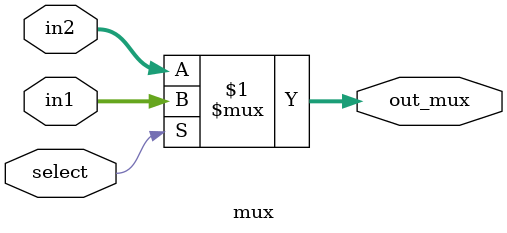
<source format=v>
`timescale 1ns / 1ps


module mux #(
	parameter len = 32
	) (
	input [len-1:0] in1,
	input [len-1:0] in2,
	input select,
	output [len-1:0] out_mux
    );

    assign out_mux = (select) ? (in1) : (in2);    

endmodule

</source>
